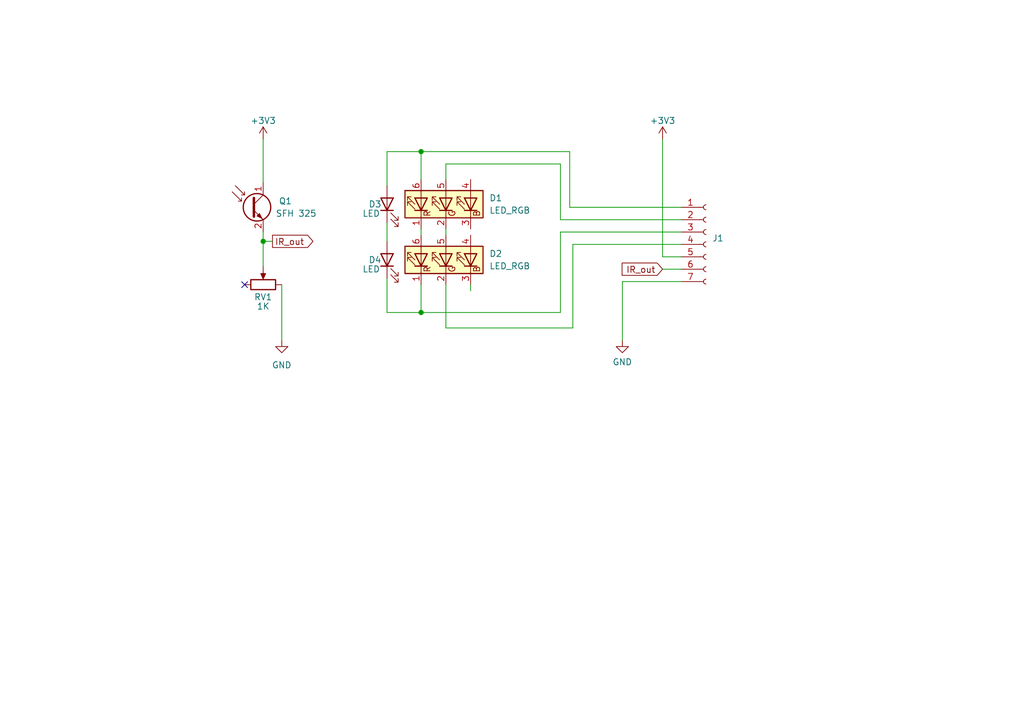
<source format=kicad_sch>
(kicad_sch (version 20211123) (generator eeschema)

  (uuid 86ac5166-e26f-402d-9443-ff38d15a2f1a)

  (paper "A5")

  (lib_symbols
    (symbol "Connector:Conn_01x07_Female" (pin_names (offset 1.016) hide) (in_bom yes) (on_board yes)
      (property "Reference" "J" (id 0) (at 0 10.16 0)
        (effects (font (size 1.27 1.27)))
      )
      (property "Value" "Conn_01x07_Female" (id 1) (at 0 -10.16 0)
        (effects (font (size 1.27 1.27)))
      )
      (property "Footprint" "" (id 2) (at 0 0 0)
        (effects (font (size 1.27 1.27)) hide)
      )
      (property "Datasheet" "~" (id 3) (at 0 0 0)
        (effects (font (size 1.27 1.27)) hide)
      )
      (property "ki_keywords" "connector" (id 4) (at 0 0 0)
        (effects (font (size 1.27 1.27)) hide)
      )
      (property "ki_description" "Generic connector, single row, 01x07, script generated (kicad-library-utils/schlib/autogen/connector/)" (id 5) (at 0 0 0)
        (effects (font (size 1.27 1.27)) hide)
      )
      (property "ki_fp_filters" "Connector*:*_1x??_*" (id 6) (at 0 0 0)
        (effects (font (size 1.27 1.27)) hide)
      )
      (symbol "Conn_01x07_Female_1_1"
        (arc (start 0 -7.112) (mid -0.508 -7.62) (end 0 -8.128)
          (stroke (width 0.1524) (type default) (color 0 0 0 0))
          (fill (type none))
        )
        (arc (start 0 -4.572) (mid -0.508 -5.08) (end 0 -5.588)
          (stroke (width 0.1524) (type default) (color 0 0 0 0))
          (fill (type none))
        )
        (arc (start 0 -2.032) (mid -0.508 -2.54) (end 0 -3.048)
          (stroke (width 0.1524) (type default) (color 0 0 0 0))
          (fill (type none))
        )
        (polyline
          (pts
            (xy -1.27 -7.62)
            (xy -0.508 -7.62)
          )
          (stroke (width 0.1524) (type default) (color 0 0 0 0))
          (fill (type none))
        )
        (polyline
          (pts
            (xy -1.27 -5.08)
            (xy -0.508 -5.08)
          )
          (stroke (width 0.1524) (type default) (color 0 0 0 0))
          (fill (type none))
        )
        (polyline
          (pts
            (xy -1.27 -2.54)
            (xy -0.508 -2.54)
          )
          (stroke (width 0.1524) (type default) (color 0 0 0 0))
          (fill (type none))
        )
        (polyline
          (pts
            (xy -1.27 0)
            (xy -0.508 0)
          )
          (stroke (width 0.1524) (type default) (color 0 0 0 0))
          (fill (type none))
        )
        (polyline
          (pts
            (xy -1.27 2.54)
            (xy -0.508 2.54)
          )
          (stroke (width 0.1524) (type default) (color 0 0 0 0))
          (fill (type none))
        )
        (polyline
          (pts
            (xy -1.27 5.08)
            (xy -0.508 5.08)
          )
          (stroke (width 0.1524) (type default) (color 0 0 0 0))
          (fill (type none))
        )
        (polyline
          (pts
            (xy -1.27 7.62)
            (xy -0.508 7.62)
          )
          (stroke (width 0.1524) (type default) (color 0 0 0 0))
          (fill (type none))
        )
        (arc (start 0 0.508) (mid -0.508 0) (end 0 -0.508)
          (stroke (width 0.1524) (type default) (color 0 0 0 0))
          (fill (type none))
        )
        (arc (start 0 3.048) (mid -0.508 2.54) (end 0 2.032)
          (stroke (width 0.1524) (type default) (color 0 0 0 0))
          (fill (type none))
        )
        (arc (start 0 5.588) (mid -0.508 5.08) (end 0 4.572)
          (stroke (width 0.1524) (type default) (color 0 0 0 0))
          (fill (type none))
        )
        (arc (start 0 8.128) (mid -0.508 7.62) (end 0 7.112)
          (stroke (width 0.1524) (type default) (color 0 0 0 0))
          (fill (type none))
        )
        (pin passive line (at -5.08 7.62 0) (length 3.81)
          (name "Pin_1" (effects (font (size 1.27 1.27))))
          (number "1" (effects (font (size 1.27 1.27))))
        )
        (pin passive line (at -5.08 5.08 0) (length 3.81)
          (name "Pin_2" (effects (font (size 1.27 1.27))))
          (number "2" (effects (font (size 1.27 1.27))))
        )
        (pin passive line (at -5.08 2.54 0) (length 3.81)
          (name "Pin_3" (effects (font (size 1.27 1.27))))
          (number "3" (effects (font (size 1.27 1.27))))
        )
        (pin passive line (at -5.08 0 0) (length 3.81)
          (name "Pin_4" (effects (font (size 1.27 1.27))))
          (number "4" (effects (font (size 1.27 1.27))))
        )
        (pin passive line (at -5.08 -2.54 0) (length 3.81)
          (name "Pin_5" (effects (font (size 1.27 1.27))))
          (number "5" (effects (font (size 1.27 1.27))))
        )
        (pin passive line (at -5.08 -5.08 0) (length 3.81)
          (name "Pin_6" (effects (font (size 1.27 1.27))))
          (number "6" (effects (font (size 1.27 1.27))))
        )
        (pin passive line (at -5.08 -7.62 0) (length 3.81)
          (name "Pin_7" (effects (font (size 1.27 1.27))))
          (number "7" (effects (font (size 1.27 1.27))))
        )
      )
    )
    (symbol "Device:LED" (pin_numbers hide) (pin_names (offset 1.016) hide) (in_bom yes) (on_board yes)
      (property "Reference" "D" (id 0) (at 0 2.54 0)
        (effects (font (size 1.27 1.27)))
      )
      (property "Value" "LED" (id 1) (at 0 -2.54 0)
        (effects (font (size 1.27 1.27)))
      )
      (property "Footprint" "" (id 2) (at 0 0 0)
        (effects (font (size 1.27 1.27)) hide)
      )
      (property "Datasheet" "~" (id 3) (at 0 0 0)
        (effects (font (size 1.27 1.27)) hide)
      )
      (property "ki_keywords" "LED diode" (id 4) (at 0 0 0)
        (effects (font (size 1.27 1.27)) hide)
      )
      (property "ki_description" "Light emitting diode" (id 5) (at 0 0 0)
        (effects (font (size 1.27 1.27)) hide)
      )
      (property "ki_fp_filters" "LED* LED_SMD:* LED_THT:*" (id 6) (at 0 0 0)
        (effects (font (size 1.27 1.27)) hide)
      )
      (symbol "LED_0_1"
        (polyline
          (pts
            (xy -1.27 -1.27)
            (xy -1.27 1.27)
          )
          (stroke (width 0.254) (type default) (color 0 0 0 0))
          (fill (type none))
        )
        (polyline
          (pts
            (xy -1.27 0)
            (xy 1.27 0)
          )
          (stroke (width 0) (type default) (color 0 0 0 0))
          (fill (type none))
        )
        (polyline
          (pts
            (xy 1.27 -1.27)
            (xy 1.27 1.27)
            (xy -1.27 0)
            (xy 1.27 -1.27)
          )
          (stroke (width 0.254) (type default) (color 0 0 0 0))
          (fill (type none))
        )
        (polyline
          (pts
            (xy -3.048 -0.762)
            (xy -4.572 -2.286)
            (xy -3.81 -2.286)
            (xy -4.572 -2.286)
            (xy -4.572 -1.524)
          )
          (stroke (width 0) (type default) (color 0 0 0 0))
          (fill (type none))
        )
        (polyline
          (pts
            (xy -1.778 -0.762)
            (xy -3.302 -2.286)
            (xy -2.54 -2.286)
            (xy -3.302 -2.286)
            (xy -3.302 -1.524)
          )
          (stroke (width 0) (type default) (color 0 0 0 0))
          (fill (type none))
        )
      )
      (symbol "LED_1_1"
        (pin passive line (at -3.81 0 0) (length 2.54)
          (name "K" (effects (font (size 1.27 1.27))))
          (number "1" (effects (font (size 1.27 1.27))))
        )
        (pin passive line (at 3.81 0 180) (length 2.54)
          (name "A" (effects (font (size 1.27 1.27))))
          (number "2" (effects (font (size 1.27 1.27))))
        )
      )
    )
    (symbol "Device:LED_RGB" (pin_names (offset 0) hide) (in_bom yes) (on_board yes)
      (property "Reference" "D" (id 0) (at 0 9.398 0)
        (effects (font (size 1.27 1.27)))
      )
      (property "Value" "LED_RGB" (id 1) (at 0 -8.89 0)
        (effects (font (size 1.27 1.27)))
      )
      (property "Footprint" "" (id 2) (at 0 -1.27 0)
        (effects (font (size 1.27 1.27)) hide)
      )
      (property "Datasheet" "~" (id 3) (at 0 -1.27 0)
        (effects (font (size 1.27 1.27)) hide)
      )
      (property "ki_keywords" "LED RGB diode" (id 4) (at 0 0 0)
        (effects (font (size 1.27 1.27)) hide)
      )
      (property "ki_description" "RGB LED, 6 pin package" (id 5) (at 0 0 0)
        (effects (font (size 1.27 1.27)) hide)
      )
      (property "ki_fp_filters" "LED* LED_SMD:* LED_THT:*" (id 6) (at 0 0 0)
        (effects (font (size 1.27 1.27)) hide)
      )
      (symbol "LED_RGB_0_0"
        (text "B" (at -1.905 -6.35 0)
          (effects (font (size 1.27 1.27)))
        )
        (text "G" (at -1.905 -1.27 0)
          (effects (font (size 1.27 1.27)))
        )
        (text "R" (at -1.905 3.81 0)
          (effects (font (size 1.27 1.27)))
        )
      )
      (symbol "LED_RGB_0_1"
        (polyline
          (pts
            (xy -1.27 -5.08)
            (xy -2.54 -5.08)
          )
          (stroke (width 0) (type default) (color 0 0 0 0))
          (fill (type none))
        )
        (polyline
          (pts
            (xy -1.27 -5.08)
            (xy 1.27 -5.08)
          )
          (stroke (width 0) (type default) (color 0 0 0 0))
          (fill (type none))
        )
        (polyline
          (pts
            (xy -1.27 -3.81)
            (xy -1.27 -6.35)
          )
          (stroke (width 0.254) (type default) (color 0 0 0 0))
          (fill (type none))
        )
        (polyline
          (pts
            (xy -1.27 0)
            (xy -2.54 0)
          )
          (stroke (width 0) (type default) (color 0 0 0 0))
          (fill (type none))
        )
        (polyline
          (pts
            (xy -1.27 1.27)
            (xy -1.27 -1.27)
          )
          (stroke (width 0.254) (type default) (color 0 0 0 0))
          (fill (type none))
        )
        (polyline
          (pts
            (xy -1.27 5.08)
            (xy -2.54 5.08)
          )
          (stroke (width 0) (type default) (color 0 0 0 0))
          (fill (type none))
        )
        (polyline
          (pts
            (xy -1.27 5.08)
            (xy 1.27 5.08)
          )
          (stroke (width 0) (type default) (color 0 0 0 0))
          (fill (type none))
        )
        (polyline
          (pts
            (xy -1.27 6.35)
            (xy -1.27 3.81)
          )
          (stroke (width 0.254) (type default) (color 0 0 0 0))
          (fill (type none))
        )
        (polyline
          (pts
            (xy 1.27 -5.08)
            (xy 2.54 -5.08)
          )
          (stroke (width 0) (type default) (color 0 0 0 0))
          (fill (type none))
        )
        (polyline
          (pts
            (xy 1.27 0)
            (xy -1.27 0)
          )
          (stroke (width 0) (type default) (color 0 0 0 0))
          (fill (type none))
        )
        (polyline
          (pts
            (xy 1.27 0)
            (xy 2.54 0)
          )
          (stroke (width 0) (type default) (color 0 0 0 0))
          (fill (type none))
        )
        (polyline
          (pts
            (xy 1.27 5.08)
            (xy 2.54 5.08)
          )
          (stroke (width 0) (type default) (color 0 0 0 0))
          (fill (type none))
        )
        (polyline
          (pts
            (xy -1.27 1.27)
            (xy -1.27 -1.27)
            (xy -1.27 -1.27)
          )
          (stroke (width 0) (type default) (color 0 0 0 0))
          (fill (type none))
        )
        (polyline
          (pts
            (xy -1.27 6.35)
            (xy -1.27 3.81)
            (xy -1.27 3.81)
          )
          (stroke (width 0) (type default) (color 0 0 0 0))
          (fill (type none))
        )
        (polyline
          (pts
            (xy 1.27 -3.81)
            (xy 1.27 -6.35)
            (xy -1.27 -5.08)
            (xy 1.27 -3.81)
          )
          (stroke (width 0.254) (type default) (color 0 0 0 0))
          (fill (type none))
        )
        (polyline
          (pts
            (xy 1.27 1.27)
            (xy 1.27 -1.27)
            (xy -1.27 0)
            (xy 1.27 1.27)
          )
          (stroke (width 0.254) (type default) (color 0 0 0 0))
          (fill (type none))
        )
        (polyline
          (pts
            (xy 1.27 6.35)
            (xy 1.27 3.81)
            (xy -1.27 5.08)
            (xy 1.27 6.35)
          )
          (stroke (width 0.254) (type default) (color 0 0 0 0))
          (fill (type none))
        )
        (polyline
          (pts
            (xy -1.016 -3.81)
            (xy 0.508 -2.286)
            (xy -0.254 -2.286)
            (xy 0.508 -2.286)
            (xy 0.508 -3.048)
          )
          (stroke (width 0) (type default) (color 0 0 0 0))
          (fill (type none))
        )
        (polyline
          (pts
            (xy -1.016 1.27)
            (xy 0.508 2.794)
            (xy -0.254 2.794)
            (xy 0.508 2.794)
            (xy 0.508 2.032)
          )
          (stroke (width 0) (type default) (color 0 0 0 0))
          (fill (type none))
        )
        (polyline
          (pts
            (xy -1.016 6.35)
            (xy 0.508 7.874)
            (xy -0.254 7.874)
            (xy 0.508 7.874)
            (xy 0.508 7.112)
          )
          (stroke (width 0) (type default) (color 0 0 0 0))
          (fill (type none))
        )
        (polyline
          (pts
            (xy 0 -3.81)
            (xy 1.524 -2.286)
            (xy 0.762 -2.286)
            (xy 1.524 -2.286)
            (xy 1.524 -3.048)
          )
          (stroke (width 0) (type default) (color 0 0 0 0))
          (fill (type none))
        )
        (polyline
          (pts
            (xy 0 1.27)
            (xy 1.524 2.794)
            (xy 0.762 2.794)
            (xy 1.524 2.794)
            (xy 1.524 2.032)
          )
          (stroke (width 0) (type default) (color 0 0 0 0))
          (fill (type none))
        )
        (polyline
          (pts
            (xy 0 6.35)
            (xy 1.524 7.874)
            (xy 0.762 7.874)
            (xy 1.524 7.874)
            (xy 1.524 7.112)
          )
          (stroke (width 0) (type default) (color 0 0 0 0))
          (fill (type none))
        )
        (rectangle (start 1.27 -1.27) (end 1.27 1.27)
          (stroke (width 0) (type default) (color 0 0 0 0))
          (fill (type none))
        )
        (rectangle (start 1.27 1.27) (end 1.27 1.27)
          (stroke (width 0) (type default) (color 0 0 0 0))
          (fill (type none))
        )
        (rectangle (start 1.27 3.81) (end 1.27 6.35)
          (stroke (width 0) (type default) (color 0 0 0 0))
          (fill (type none))
        )
        (rectangle (start 1.27 6.35) (end 1.27 6.35)
          (stroke (width 0) (type default) (color 0 0 0 0))
          (fill (type none))
        )
        (rectangle (start 2.794 8.382) (end -2.794 -7.62)
          (stroke (width 0.254) (type default) (color 0 0 0 0))
          (fill (type background))
        )
      )
      (symbol "LED_RGB_1_1"
        (pin passive line (at -5.08 5.08 0) (length 2.54)
          (name "RK" (effects (font (size 1.27 1.27))))
          (number "1" (effects (font (size 1.27 1.27))))
        )
        (pin passive line (at -5.08 0 0) (length 2.54)
          (name "GK" (effects (font (size 1.27 1.27))))
          (number "2" (effects (font (size 1.27 1.27))))
        )
        (pin passive line (at -5.08 -5.08 0) (length 2.54)
          (name "BK" (effects (font (size 1.27 1.27))))
          (number "3" (effects (font (size 1.27 1.27))))
        )
        (pin passive line (at 5.08 -5.08 180) (length 2.54)
          (name "BA" (effects (font (size 1.27 1.27))))
          (number "4" (effects (font (size 1.27 1.27))))
        )
        (pin passive line (at 5.08 0 180) (length 2.54)
          (name "GA" (effects (font (size 1.27 1.27))))
          (number "5" (effects (font (size 1.27 1.27))))
        )
        (pin passive line (at 5.08 5.08 180) (length 2.54)
          (name "RA" (effects (font (size 1.27 1.27))))
          (number "6" (effects (font (size 1.27 1.27))))
        )
      )
    )
    (symbol "Device:Q_Photo_NPN" (pin_names (offset 0) hide) (in_bom yes) (on_board yes)
      (property "Reference" "Q" (id 0) (at 5.08 1.27 0)
        (effects (font (size 1.27 1.27)) (justify left))
      )
      (property "Value" "Q_Photo_NPN" (id 1) (at 5.08 -1.27 0)
        (effects (font (size 1.27 1.27)) (justify left))
      )
      (property "Footprint" "" (id 2) (at 5.08 2.54 0)
        (effects (font (size 1.27 1.27)) hide)
      )
      (property "Datasheet" "~" (id 3) (at 0 0 0)
        (effects (font (size 1.27 1.27)) hide)
      )
      (property "ki_keywords" "phototransistor NPN" (id 4) (at 0 0 0)
        (effects (font (size 1.27 1.27)) hide)
      )
      (property "ki_description" "NPN phototransistor, collector/emitter" (id 5) (at 0 0 0)
        (effects (font (size 1.27 1.27)) hide)
      )
      (symbol "Q_Photo_NPN_0_1"
        (polyline
          (pts
            (xy -1.905 1.27)
            (xy -2.54 1.27)
          )
          (stroke (width 0) (type default) (color 0 0 0 0))
          (fill (type none))
        )
        (polyline
          (pts
            (xy -1.27 2.54)
            (xy -1.905 2.54)
          )
          (stroke (width 0) (type default) (color 0 0 0 0))
          (fill (type none))
        )
        (polyline
          (pts
            (xy 0.635 0.635)
            (xy 2.54 2.54)
          )
          (stroke (width 0) (type default) (color 0 0 0 0))
          (fill (type none))
        )
        (polyline
          (pts
            (xy -3.81 3.175)
            (xy -1.905 1.27)
            (xy -1.905 1.905)
          )
          (stroke (width 0) (type default) (color 0 0 0 0))
          (fill (type none))
        )
        (polyline
          (pts
            (xy -3.175 4.445)
            (xy -1.27 2.54)
            (xy -1.27 3.175)
          )
          (stroke (width 0) (type default) (color 0 0 0 0))
          (fill (type none))
        )
        (polyline
          (pts
            (xy 0.635 -0.635)
            (xy 2.54 -2.54)
            (xy 2.54 -2.54)
          )
          (stroke (width 0) (type default) (color 0 0 0 0))
          (fill (type none))
        )
        (polyline
          (pts
            (xy 0.635 1.905)
            (xy 0.635 -1.905)
            (xy 0.635 -1.905)
          )
          (stroke (width 0.508) (type default) (color 0 0 0 0))
          (fill (type none))
        )
        (polyline
          (pts
            (xy 1.27 -1.778)
            (xy 1.778 -1.27)
            (xy 2.286 -2.286)
            (xy 1.27 -1.778)
            (xy 1.27 -1.778)
          )
          (stroke (width 0) (type default) (color 0 0 0 0))
          (fill (type outline))
        )
        (circle (center 1.27 0) (radius 2.8194)
          (stroke (width 0.254) (type default) (color 0 0 0 0))
          (fill (type none))
        )
      )
      (symbol "Q_Photo_NPN_1_1"
        (pin passive line (at 2.54 5.08 270) (length 2.54)
          (name "C" (effects (font (size 1.27 1.27))))
          (number "1" (effects (font (size 1.27 1.27))))
        )
        (pin passive line (at 2.54 -5.08 90) (length 2.54)
          (name "E" (effects (font (size 1.27 1.27))))
          (number "2" (effects (font (size 1.27 1.27))))
        )
      )
    )
    (symbol "Device:R_Potentiometer" (pin_numbers hide) (pin_names (offset 1.016) hide) (in_bom yes) (on_board yes)
      (property "Reference" "RV" (id 0) (at -4.445 0 90)
        (effects (font (size 1.27 1.27)))
      )
      (property "Value" "R_Potentiometer" (id 1) (at -2.54 0 90)
        (effects (font (size 1.27 1.27)))
      )
      (property "Footprint" "" (id 2) (at 0 0 0)
        (effects (font (size 1.27 1.27)) hide)
      )
      (property "Datasheet" "~" (id 3) (at 0 0 0)
        (effects (font (size 1.27 1.27)) hide)
      )
      (property "ki_keywords" "resistor variable" (id 4) (at 0 0 0)
        (effects (font (size 1.27 1.27)) hide)
      )
      (property "ki_description" "Potentiometer" (id 5) (at 0 0 0)
        (effects (font (size 1.27 1.27)) hide)
      )
      (property "ki_fp_filters" "Potentiometer*" (id 6) (at 0 0 0)
        (effects (font (size 1.27 1.27)) hide)
      )
      (symbol "R_Potentiometer_0_1"
        (polyline
          (pts
            (xy 2.54 0)
            (xy 1.524 0)
          )
          (stroke (width 0) (type default) (color 0 0 0 0))
          (fill (type none))
        )
        (polyline
          (pts
            (xy 1.143 0)
            (xy 2.286 0.508)
            (xy 2.286 -0.508)
            (xy 1.143 0)
          )
          (stroke (width 0) (type default) (color 0 0 0 0))
          (fill (type outline))
        )
        (rectangle (start 1.016 2.54) (end -1.016 -2.54)
          (stroke (width 0.254) (type default) (color 0 0 0 0))
          (fill (type none))
        )
      )
      (symbol "R_Potentiometer_1_1"
        (pin passive line (at 0 3.81 270) (length 1.27)
          (name "1" (effects (font (size 1.27 1.27))))
          (number "1" (effects (font (size 1.27 1.27))))
        )
        (pin passive line (at 3.81 0 180) (length 1.27)
          (name "2" (effects (font (size 1.27 1.27))))
          (number "2" (effects (font (size 1.27 1.27))))
        )
        (pin passive line (at 0 -3.81 90) (length 1.27)
          (name "3" (effects (font (size 1.27 1.27))))
          (number "3" (effects (font (size 1.27 1.27))))
        )
      )
    )
    (symbol "power:+3.3V" (power) (pin_names (offset 0)) (in_bom yes) (on_board yes)
      (property "Reference" "#PWR" (id 0) (at 0 -3.81 0)
        (effects (font (size 1.27 1.27)) hide)
      )
      (property "Value" "+3.3V" (id 1) (at 0 3.556 0)
        (effects (font (size 1.27 1.27)))
      )
      (property "Footprint" "" (id 2) (at 0 0 0)
        (effects (font (size 1.27 1.27)) hide)
      )
      (property "Datasheet" "" (id 3) (at 0 0 0)
        (effects (font (size 1.27 1.27)) hide)
      )
      (property "ki_keywords" "power-flag" (id 4) (at 0 0 0)
        (effects (font (size 1.27 1.27)) hide)
      )
      (property "ki_description" "Power symbol creates a global label with name \"+3.3V\"" (id 5) (at 0 0 0)
        (effects (font (size 1.27 1.27)) hide)
      )
      (symbol "+3.3V_0_1"
        (polyline
          (pts
            (xy -0.762 1.27)
            (xy 0 2.54)
          )
          (stroke (width 0) (type default) (color 0 0 0 0))
          (fill (type none))
        )
        (polyline
          (pts
            (xy 0 0)
            (xy 0 2.54)
          )
          (stroke (width 0) (type default) (color 0 0 0 0))
          (fill (type none))
        )
        (polyline
          (pts
            (xy 0 2.54)
            (xy 0.762 1.27)
          )
          (stroke (width 0) (type default) (color 0 0 0 0))
          (fill (type none))
        )
      )
      (symbol "+3.3V_1_1"
        (pin power_in line (at 0 0 90) (length 0) hide
          (name "+3V3" (effects (font (size 1.27 1.27))))
          (number "1" (effects (font (size 1.27 1.27))))
        )
      )
    )
    (symbol "power:GND" (power) (pin_names (offset 0)) (in_bom yes) (on_board yes)
      (property "Reference" "#PWR" (id 0) (at 0 -6.35 0)
        (effects (font (size 1.27 1.27)) hide)
      )
      (property "Value" "GND" (id 1) (at 0 -3.81 0)
        (effects (font (size 1.27 1.27)))
      )
      (property "Footprint" "" (id 2) (at 0 0 0)
        (effects (font (size 1.27 1.27)) hide)
      )
      (property "Datasheet" "" (id 3) (at 0 0 0)
        (effects (font (size 1.27 1.27)) hide)
      )
      (property "ki_keywords" "power-flag" (id 4) (at 0 0 0)
        (effects (font (size 1.27 1.27)) hide)
      )
      (property "ki_description" "Power symbol creates a global label with name \"GND\" , ground" (id 5) (at 0 0 0)
        (effects (font (size 1.27 1.27)) hide)
      )
      (symbol "GND_0_1"
        (polyline
          (pts
            (xy 0 0)
            (xy 0 -1.27)
            (xy 1.27 -1.27)
            (xy 0 -2.54)
            (xy -1.27 -1.27)
            (xy 0 -1.27)
          )
          (stroke (width 0) (type default) (color 0 0 0 0))
          (fill (type none))
        )
      )
      (symbol "GND_1_1"
        (pin power_in line (at 0 0 270) (length 0) hide
          (name "GND" (effects (font (size 1.27 1.27))))
          (number "1" (effects (font (size 1.27 1.27))))
        )
      )
    )
  )

  (junction (at 86.36 64.135) (diameter 0) (color 0 0 0 0)
    (uuid 4fb2a65b-ac48-4c41-8dd8-011b489d9493)
  )
  (junction (at 53.975 49.53) (diameter 0) (color 0 0 0 0)
    (uuid 98fb9721-872b-4e2d-99b1-d70c47ccecb1)
  )
  (junction (at 86.36 31.115) (diameter 0) (color 0 0 0 0)
    (uuid cdc01c08-454c-4a1e-bf76-5f56ba424ecf)
  )

  (no_connect (at 50.165 58.42) (uuid fd5d6af8-0cc9-4c2a-8d67-6ef13d67239f))

  (wire (pts (xy 79.375 31.115) (xy 86.36 31.115))
    (stroke (width 0) (type default) (color 0 0 0 0))
    (uuid 01263e4d-74d6-453b-b159-0c11b0ba68ff)
  )
  (wire (pts (xy 114.935 64.135) (xy 114.935 47.625))
    (stroke (width 0) (type default) (color 0 0 0 0))
    (uuid 057fcfcc-ac5d-4556-bfcc-2ba13fa72938)
  )
  (wire (pts (xy 91.44 46.99) (xy 91.44 48.26))
    (stroke (width 0) (type default) (color 0 0 0 0))
    (uuid 06ddb7e2-7f6d-4293-88f0-9fd282762e08)
  )
  (wire (pts (xy 79.375 57.15) (xy 79.375 64.135))
    (stroke (width 0) (type default) (color 0 0 0 0))
    (uuid 08d23544-5480-4722-9555-f60e7e89fc81)
  )
  (wire (pts (xy 117.475 50.165) (xy 139.7 50.165))
    (stroke (width 0) (type default) (color 0 0 0 0))
    (uuid 1374fbcb-f165-4edb-af5a-740e8813cafe)
  )
  (wire (pts (xy 86.36 46.99) (xy 86.36 48.26))
    (stroke (width 0) (type default) (color 0 0 0 0))
    (uuid 1cfe307f-5755-4061-89c6-e210e4db45b8)
  )
  (wire (pts (xy 116.84 42.545) (xy 116.84 31.115))
    (stroke (width 0) (type default) (color 0 0 0 0))
    (uuid 1d2e5668-fcde-415d-9958-afd97aec8f83)
  )
  (wire (pts (xy 86.36 31.115) (xy 86.36 36.83))
    (stroke (width 0) (type default) (color 0 0 0 0))
    (uuid 1e51faf9-cbf1-4009-bf0b-1c3ec4da5b28)
  )
  (wire (pts (xy 53.975 47.625) (xy 53.975 49.53))
    (stroke (width 0) (type default) (color 0 0 0 0))
    (uuid 1f483def-2b79-429c-9016-9ae0daec3e18)
  )
  (wire (pts (xy 114.935 47.625) (xy 139.7 47.625))
    (stroke (width 0) (type default) (color 0 0 0 0))
    (uuid 24c63360-b1ac-4ea8-955c-a3d64e0f616f)
  )
  (wire (pts (xy 91.44 67.31) (xy 117.475 67.31))
    (stroke (width 0) (type default) (color 0 0 0 0))
    (uuid 26ea3764-2253-46f2-b1bd-5708d7d291b0)
  )
  (wire (pts (xy 91.44 58.42) (xy 91.44 67.31))
    (stroke (width 0) (type default) (color 0 0 0 0))
    (uuid 48fa8200-2b3a-48e6-8350-5f8d669c22d2)
  )
  (wire (pts (xy 53.975 28.575) (xy 53.975 37.465))
    (stroke (width 0) (type default) (color 0 0 0 0))
    (uuid 69d6a22c-7ad1-4564-89c2-6565e3408107)
  )
  (wire (pts (xy 79.375 45.72) (xy 79.375 49.53))
    (stroke (width 0) (type default) (color 0 0 0 0))
    (uuid 6c15aae9-9931-48af-ad24-6ce286619479)
  )
  (wire (pts (xy 53.975 49.53) (xy 53.975 54.61))
    (stroke (width 0) (type default) (color 0 0 0 0))
    (uuid 770b584a-3b1e-4b13-814c-9df721f77dfd)
  )
  (wire (pts (xy 96.52 58.42) (xy 96.52 59.69))
    (stroke (width 0) (type default) (color 0 0 0 0))
    (uuid 81d339c4-9040-472f-8ca2-d849804121ad)
  )
  (wire (pts (xy 114.935 45.085) (xy 114.935 33.655))
    (stroke (width 0) (type default) (color 0 0 0 0))
    (uuid 8c9b9ec2-4b90-4985-b413-98aca979c6db)
  )
  (wire (pts (xy 117.475 67.31) (xy 117.475 50.165))
    (stroke (width 0) (type default) (color 0 0 0 0))
    (uuid 923f35f1-4eba-4ac1-a6cb-38a24d327429)
  )
  (wire (pts (xy 139.7 57.785) (xy 127.635 57.785))
    (stroke (width 0) (type default) (color 0 0 0 0))
    (uuid 94c57b95-9133-40f0-8154-a68d6e03d007)
  )
  (wire (pts (xy 114.935 33.655) (xy 91.44 33.655))
    (stroke (width 0) (type default) (color 0 0 0 0))
    (uuid 97c18cb7-37e9-43ee-a42e-9e635bbbb77d)
  )
  (wire (pts (xy 53.975 49.53) (xy 55.88 49.53))
    (stroke (width 0) (type default) (color 0 0 0 0))
    (uuid b28f3291-d1d0-43a5-aebe-7b686c6733ae)
  )
  (wire (pts (xy 139.7 45.085) (xy 114.935 45.085))
    (stroke (width 0) (type default) (color 0 0 0 0))
    (uuid b454993a-66ca-419f-a869-db34cee4df6a)
  )
  (wire (pts (xy 86.36 31.115) (xy 116.84 31.115))
    (stroke (width 0) (type default) (color 0 0 0 0))
    (uuid b7c60e71-5eef-4f84-9866-bdef3ac47d35)
  )
  (wire (pts (xy 57.785 58.42) (xy 57.785 69.85))
    (stroke (width 0) (type default) (color 0 0 0 0))
    (uuid c14f234b-340c-4de4-abf2-eda78beaddc9)
  )
  (wire (pts (xy 86.36 64.135) (xy 114.935 64.135))
    (stroke (width 0) (type default) (color 0 0 0 0))
    (uuid e3d876b7-21bf-4f06-b7f3-5601d78fbd5e)
  )
  (wire (pts (xy 79.375 64.135) (xy 86.36 64.135))
    (stroke (width 0) (type default) (color 0 0 0 0))
    (uuid e46c40a7-75c1-4c4f-ab83-9e4b5a60577b)
  )
  (wire (pts (xy 86.36 58.42) (xy 86.36 64.135))
    (stroke (width 0) (type default) (color 0 0 0 0))
    (uuid e53e6d3c-e174-4952-b1df-cf6f79541e9d)
  )
  (wire (pts (xy 127.635 57.785) (xy 127.635 69.85))
    (stroke (width 0) (type default) (color 0 0 0 0))
    (uuid e7a716e8-bfcb-466f-bf68-73bece9bc153)
  )
  (wire (pts (xy 135.89 55.245) (xy 139.7 55.245))
    (stroke (width 0) (type default) (color 0 0 0 0))
    (uuid ed106dc0-4553-4ee3-9114-8b8ef0ecc806)
  )
  (wire (pts (xy 91.44 33.655) (xy 91.44 36.83))
    (stroke (width 0) (type default) (color 0 0 0 0))
    (uuid edd2e86d-a51e-48e1-a46c-ce66fd73713d)
  )
  (wire (pts (xy 139.7 42.545) (xy 116.84 42.545))
    (stroke (width 0) (type default) (color 0 0 0 0))
    (uuid f6ed9d4b-005a-4c30-9e6a-6614e26dc600)
  )
  (wire (pts (xy 135.89 52.705) (xy 139.7 52.705))
    (stroke (width 0) (type default) (color 0 0 0 0))
    (uuid f8300727-47a8-481b-8b75-e6fe641d73c3)
  )
  (wire (pts (xy 79.375 38.1) (xy 79.375 31.115))
    (stroke (width 0) (type default) (color 0 0 0 0))
    (uuid fb204055-af9e-488a-bc77-916bb0ecf518)
  )
  (wire (pts (xy 135.89 28.575) (xy 135.89 52.705))
    (stroke (width 0) (type default) (color 0 0 0 0))
    (uuid fcec43cf-43c3-4b5e-b29e-97245e54709a)
  )

  (global_label "IR_out" (shape input) (at 135.89 55.245 180) (fields_autoplaced)
    (effects (font (size 1.27 1.27)) (justify right))
    (uuid 63f558dc-e3e6-421c-9540-5023569b74a1)
    (property "Intersheet References" "${INTERSHEET_REFS}" (id 0) (at 127.6107 55.1656 0)
      (effects (font (size 1.27 1.27)) (justify right) hide)
    )
  )
  (global_label "IR_out" (shape output) (at 55.88 49.53 0) (fields_autoplaced)
    (effects (font (size 1.27 1.27)) (justify left))
    (uuid 6ee270ce-44e5-4c4e-9f79-d6dc7d4b40b5)
    (property "Intersheet References" "${INTERSHEET_REFS}" (id 0) (at 64.1593 49.4506 0)
      (effects (font (size 1.27 1.27)) (justify left) hide)
    )
  )

  (symbol (lib_id "power:+3.3V") (at 135.89 28.575 0) (unit 1)
    (in_bom yes) (on_board yes)
    (uuid 02c938de-1d73-41b2-a0c0-8d4a56215229)
    (property "Reference" "#PWR0104" (id 0) (at 135.89 32.385 0)
      (effects (font (size 1.27 1.27)) hide)
    )
    (property "Value" "+3.3V" (id 1) (at 135.89 24.765 0))
    (property "Footprint" "" (id 2) (at 135.89 28.575 0)
      (effects (font (size 1.27 1.27)) hide)
    )
    (property "Datasheet" "" (id 3) (at 135.89 28.575 0)
      (effects (font (size 1.27 1.27)) hide)
    )
    (pin "1" (uuid 1bf7bb3f-b1e1-407c-9f67-49de6c729974))
  )

  (symbol (lib_id "Device:LED") (at 79.375 41.91 90) (unit 1)
    (in_bom yes) (on_board yes)
    (uuid 124b6120-949f-44d1-96e3-85276e7555e8)
    (property "Reference" "D3" (id 0) (at 75.565 41.91 90)
      (effects (font (size 1.27 1.27)) (justify right))
    )
    (property "Value" "LED" (id 1) (at 74.295 43.815 90)
      (effects (font (size 1.27 1.27)) (justify right))
    )
    (property "Footprint" "LED_THT:LED_D3.0mm" (id 2) (at 79.375 41.91 0)
      (effects (font (size 1.27 1.27)) hide)
    )
    (property "Datasheet" "~" (id 3) (at 79.375 41.91 0)
      (effects (font (size 1.27 1.27)) hide)
    )
    (pin "1" (uuid 8a8869a6-6fb0-48a5-b281-75e42ff380ef))
    (pin "2" (uuid f9c5f74e-d2a9-4f10-8994-2d268ef99c1d))
  )

  (symbol (lib_id "Device:LED_RGB") (at 91.44 53.34 90) (unit 1)
    (in_bom yes) (on_board yes) (fields_autoplaced)
    (uuid 1b48ed03-226f-48aa-a7b7-a963d66bee48)
    (property "Reference" "D2" (id 0) (at 100.33 52.0699 90)
      (effects (font (size 1.27 1.27)) (justify right))
    )
    (property "Value" "LED_RGB" (id 1) (at 100.33 54.6099 90)
      (effects (font (size 1.27 1.27)) (justify right))
    )
    (property "Footprint" "KiCad:LED_RGB_Harvatek_B3803FCH" (id 2) (at 92.71 53.34 0)
      (effects (font (size 1.27 1.27)) hide)
    )
    (property "Datasheet" "~" (id 3) (at 92.71 53.34 0)
      (effects (font (size 1.27 1.27)) hide)
    )
    (pin "1" (uuid 658be386-6e8e-4fe4-a39d-864ec83e5463))
    (pin "2" (uuid 5e66e953-78f7-44f5-9e22-3d4d5e638225))
    (pin "3" (uuid 6096eb45-97ca-4133-9d5b-42ce4a6ac70b))
    (pin "4" (uuid bf1e5905-0f53-403b-aaa9-6f1135895f78))
    (pin "5" (uuid 148a6019-4e36-42fa-b700-d4e2f165d9bd))
    (pin "6" (uuid 68044082-4235-4883-a87e-d53019f20296))
  )

  (symbol (lib_id "Connector:Conn_01x07_Female") (at 144.78 50.165 0) (unit 1)
    (in_bom yes) (on_board yes) (fields_autoplaced)
    (uuid 3253d672-a4c1-481b-8ed1-41e6b0f426f2)
    (property "Reference" "J1" (id 0) (at 146.05 48.8949 0)
      (effects (font (size 1.27 1.27)) (justify left))
    )
    (property "Value" "Conn_01x07_Female" (id 1) (at 146.05 51.4349 0)
      (effects (font (size 1.27 1.27)) (justify left) hide)
    )
    (property "Footprint" "Connector_PinSocket_2.00mm:PinSocket_1x07_P2.00mm_Vertical" (id 2) (at 144.78 50.165 0)
      (effects (font (size 1.27 1.27)) hide)
    )
    (property "Datasheet" "~" (id 3) (at 144.78 50.165 0)
      (effects (font (size 1.27 1.27)) hide)
    )
    (pin "1" (uuid 390ec30a-1b1b-466b-a7f1-439af86240d0))
    (pin "2" (uuid e91113f9-1ef1-4ac8-a09b-30c9b52d03d6))
    (pin "3" (uuid ed0f7e59-8a8a-488d-b37e-1bc26bcb14e9))
    (pin "4" (uuid 3d62759e-fcf6-4f03-a051-4eceeae5043e))
    (pin "5" (uuid 26311c85-e805-4390-9ef2-9952614ee00e))
    (pin "6" (uuid 4d4ad48e-4fee-4805-88e2-5c5e561988ce))
    (pin "7" (uuid c9b658b8-4f00-460a-8dcd-c27b6e892ea5))
  )

  (symbol (lib_id "Device:R_Potentiometer") (at 53.975 58.42 90) (unit 1)
    (in_bom yes) (on_board yes)
    (uuid 3c469815-f550-42e9-ae8d-33889c070250)
    (property "Reference" "RV1" (id 0) (at 53.975 60.96 90))
    (property "Value" "1K" (id 1) (at 53.975 62.865 90))
    (property "Footprint" "KiCad:Potentiometer_Bourns_TC42_Horizontal" (id 2) (at 53.975 58.42 0)
      (effects (font (size 1.27 1.27)) hide)
    )
    (property "Datasheet" "~" (id 3) (at 53.975 58.42 0)
      (effects (font (size 1.27 1.27)) hide)
    )
    (property "Product #" "TC-42X-2-102E" (id 4) (at 53.975 58.42 90)
      (effects (font (size 1.27 1.27)) hide)
    )
    (pin "1" (uuid c3a2eba1-d4b3-498b-8c2f-b828d8e3e58e))
    (pin "2" (uuid 4140ed67-220d-4880-86dd-842b6026b227))
    (pin "3" (uuid 5f3d290a-70c9-4675-9b62-6ea664c8c29e))
  )

  (symbol (lib_id "Device:LED_RGB") (at 91.44 41.91 90) (unit 1)
    (in_bom yes) (on_board yes) (fields_autoplaced)
    (uuid 687dffde-fd79-461b-bb8d-17de70dc4dcb)
    (property "Reference" "D1" (id 0) (at 100.33 40.6399 90)
      (effects (font (size 1.27 1.27)) (justify right))
    )
    (property "Value" "LED_RGB" (id 1) (at 100.33 43.1799 90)
      (effects (font (size 1.27 1.27)) (justify right))
    )
    (property "Footprint" "KiCad:LED_RGB_Harvatek_B3803FCH" (id 2) (at 92.71 41.91 0)
      (effects (font (size 1.27 1.27)) hide)
    )
    (property "Datasheet" "~" (id 3) (at 92.71 41.91 0)
      (effects (font (size 1.27 1.27)) hide)
    )
    (pin "1" (uuid 3fa4cf83-c843-4ffd-b107-c3c90cd6e76e))
    (pin "2" (uuid 36530926-8c99-461e-b07d-64c1a42906dc))
    (pin "3" (uuid 490a432d-288a-4942-ad8d-cf079e5618cf))
    (pin "4" (uuid 5077ba4c-b815-4c38-87ab-212a2f00015d))
    (pin "5" (uuid f3c5b941-d56a-4e76-ad69-4e7bb9e8b11b))
    (pin "6" (uuid 337e7956-300d-41b7-b58d-6d984e259bc7))
  )

  (symbol (lib_id "power:+3.3V") (at 53.975 28.575 0) (unit 1)
    (in_bom yes) (on_board yes)
    (uuid 79a8d363-85ec-4627-9a4d-2af1aa28e5ce)
    (property "Reference" "#PWR0102" (id 0) (at 53.975 32.385 0)
      (effects (font (size 1.27 1.27)) hide)
    )
    (property "Value" "+3.3V" (id 1) (at 53.975 24.765 0))
    (property "Footprint" "" (id 2) (at 53.975 28.575 0)
      (effects (font (size 1.27 1.27)) hide)
    )
    (property "Datasheet" "" (id 3) (at 53.975 28.575 0)
      (effects (font (size 1.27 1.27)) hide)
    )
    (pin "1" (uuid be6f5119-c367-4743-ab79-8ba32affdd94))
  )

  (symbol (lib_id "power:GND") (at 57.785 69.85 0) (unit 1)
    (in_bom yes) (on_board yes) (fields_autoplaced)
    (uuid 9af24197-e678-47c5-9285-42ac2034cfab)
    (property "Reference" "#PWR0103" (id 0) (at 57.785 76.2 0)
      (effects (font (size 1.27 1.27)) hide)
    )
    (property "Value" "GND" (id 1) (at 57.785 74.93 0))
    (property "Footprint" "" (id 2) (at 57.785 69.85 0)
      (effects (font (size 1.27 1.27)) hide)
    )
    (property "Datasheet" "" (id 3) (at 57.785 69.85 0)
      (effects (font (size 1.27 1.27)) hide)
    )
    (pin "1" (uuid caca11db-a0f7-4825-8ba5-7900ee494562))
  )

  (symbol (lib_id "Device:Q_Photo_NPN") (at 51.435 42.545 0) (unit 1)
    (in_bom yes) (on_board yes)
    (uuid c56a77eb-d1ee-48b9-9b11-7089b8c3e20c)
    (property "Reference" "Q1" (id 0) (at 57.15 41.275 0)
      (effects (font (size 1.27 1.27)) (justify left))
    )
    (property "Value" "SFH 325" (id 1) (at 56.515 43.815 0)
      (effects (font (size 1.27 1.27)) (justify left))
    )
    (property "Footprint" "KiCad:SFH325FA34Z" (id 2) (at 56.515 40.005 0)
      (effects (font (size 1.27 1.27)) hide)
    )
    (property "Datasheet" "~" (id 3) (at 51.435 42.545 0)
      (effects (font (size 1.27 1.27)) hide)
    )
    (pin "1" (uuid 2c1690a8-3d50-40e6-80d3-06a6936207b3))
    (pin "2" (uuid 3e1b40c0-78d8-4d74-9abc-ebfbbedcc663))
  )

  (symbol (lib_id "power:GND") (at 127.635 69.85 0) (unit 1)
    (in_bom yes) (on_board yes)
    (uuid c75e5686-e6b0-471e-8e12-365498c2f7fc)
    (property "Reference" "#PWR0101" (id 0) (at 127.635 76.2 0)
      (effects (font (size 1.27 1.27)) hide)
    )
    (property "Value" "GND" (id 1) (at 127.635 74.295 0))
    (property "Footprint" "" (id 2) (at 127.635 69.85 0)
      (effects (font (size 1.27 1.27)) hide)
    )
    (property "Datasheet" "" (id 3) (at 127.635 69.85 0)
      (effects (font (size 1.27 1.27)) hide)
    )
    (pin "1" (uuid b3a59e0a-4075-4fae-a72f-2d4a802085d2))
  )

  (symbol (lib_id "Device:LED") (at 79.375 53.34 90) (unit 1)
    (in_bom yes) (on_board yes)
    (uuid f496feb1-e898-4799-b398-e023362243c6)
    (property "Reference" "D4" (id 0) (at 75.565 53.34 90)
      (effects (font (size 1.27 1.27)) (justify right))
    )
    (property "Value" "LED" (id 1) (at 74.295 55.245 90)
      (effects (font (size 1.27 1.27)) (justify right))
    )
    (property "Footprint" "LED_THT:LED_D3.0mm" (id 2) (at 79.375 53.34 0)
      (effects (font (size 1.27 1.27)) hide)
    )
    (property "Datasheet" "~" (id 3) (at 79.375 53.34 0)
      (effects (font (size 1.27 1.27)) hide)
    )
    (pin "1" (uuid 37a0cfa2-d2f0-403c-b2e4-0b3f28a4977b))
    (pin "2" (uuid b56458f3-36e8-4fc1-8c8f-c16cf8aa466f))
  )

  (sheet_instances
    (path "/" (page "1"))
  )

  (symbol_instances
    (path "/c75e5686-e6b0-471e-8e12-365498c2f7fc"
      (reference "#PWR0101") (unit 1) (value "GND") (footprint "")
    )
    (path "/79a8d363-85ec-4627-9a4d-2af1aa28e5ce"
      (reference "#PWR0102") (unit 1) (value "+3.3V") (footprint "")
    )
    (path "/9af24197-e678-47c5-9285-42ac2034cfab"
      (reference "#PWR0103") (unit 1) (value "GND") (footprint "")
    )
    (path "/02c938de-1d73-41b2-a0c0-8d4a56215229"
      (reference "#PWR0104") (unit 1) (value "+3.3V") (footprint "")
    )
    (path "/687dffde-fd79-461b-bb8d-17de70dc4dcb"
      (reference "D1") (unit 1) (value "LED_RGB") (footprint "KiCad:LED_RGB_Harvatek_B3803FCH")
    )
    (path "/1b48ed03-226f-48aa-a7b7-a963d66bee48"
      (reference "D2") (unit 1) (value "LED_RGB") (footprint "KiCad:LED_RGB_Harvatek_B3803FCH")
    )
    (path "/124b6120-949f-44d1-96e3-85276e7555e8"
      (reference "D3") (unit 1) (value "LED") (footprint "LED_THT:LED_D3.0mm")
    )
    (path "/f496feb1-e898-4799-b398-e023362243c6"
      (reference "D4") (unit 1) (value "LED") (footprint "LED_THT:LED_D3.0mm")
    )
    (path "/3253d672-a4c1-481b-8ed1-41e6b0f426f2"
      (reference "J1") (unit 1) (value "Conn_01x07_Female") (footprint "Connector_PinSocket_2.00mm:PinSocket_1x07_P2.00mm_Vertical")
    )
    (path "/c56a77eb-d1ee-48b9-9b11-7089b8c3e20c"
      (reference "Q1") (unit 1) (value "SFH 325") (footprint "KiCad:SFH325FA34Z")
    )
    (path "/3c469815-f550-42e9-ae8d-33889c070250"
      (reference "RV1") (unit 1) (value "1K") (footprint "KiCad:Potentiometer_Bourns_TC42_Horizontal")
    )
  )
)

</source>
